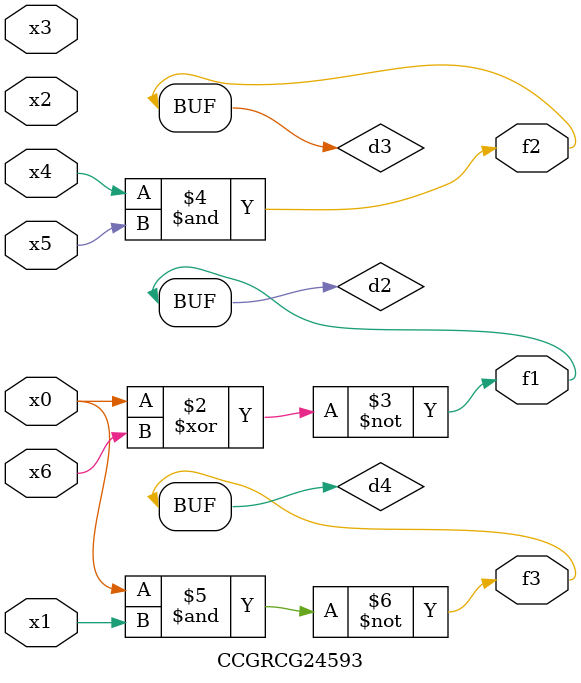
<source format=v>
module CCGRCG24593(
	input x0, x1, x2, x3, x4, x5, x6,
	output f1, f2, f3
);

	wire d1, d2, d3, d4;

	nor (d1, x0);
	xnor (d2, x0, x6);
	and (d3, x4, x5);
	nand (d4, x0, x1);
	assign f1 = d2;
	assign f2 = d3;
	assign f3 = d4;
endmodule

</source>
